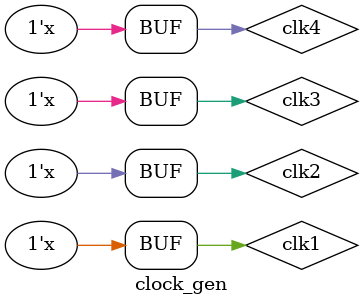
<source format=v>
module clock_gen;
	reg clk1,clk2,clk3,clk4;
	//First case
	initial 
		clk1 = 1'b0;
	always
		#5 clk1 = ~clk1;
	//Second Case
	initial 
		clk2 = 1'b0;
        always@(clk2)
		#5 clk2 = ~clk2;
   	// Third case 
	initial
		clk3 = 1'b0;
	always@(clk3)
	#5 clk3 <= ~clk3;
	//Fourth case
	initial
		clk4 = 1'b0;
	always
	#5 clk4 <= ~clk4;
endmodule 
</source>
